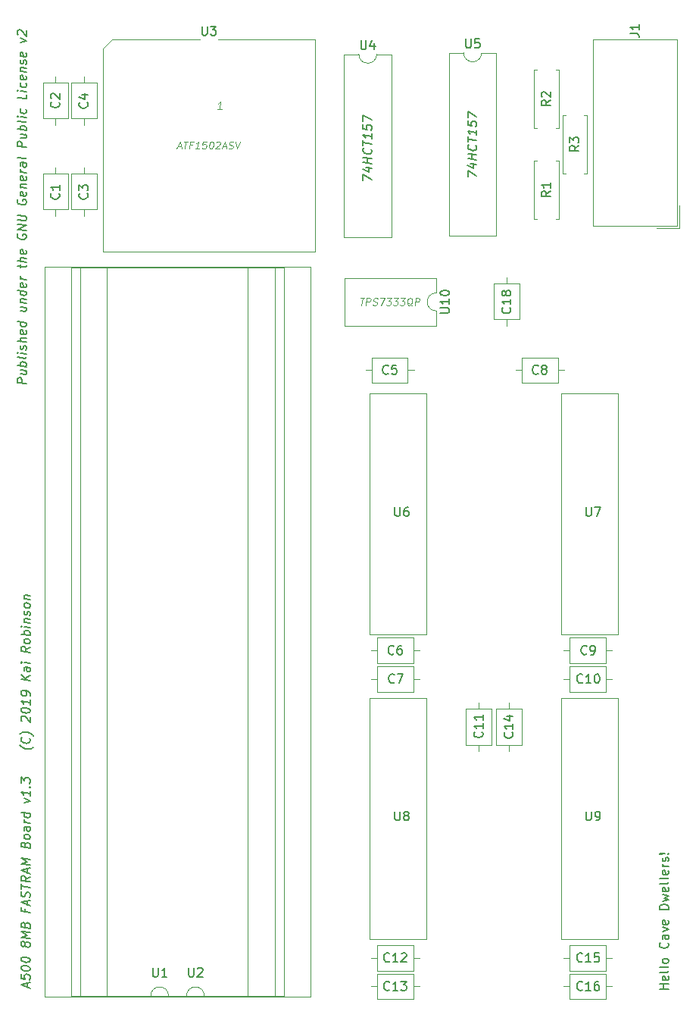
<source format=gto>
G04 #@! TF.GenerationSoftware,KiCad,Pcbnew,(5.1.2-1)-1*
G04 #@! TF.CreationDate,2019-11-02T17:06:47+00:00*
G04 #@! TF.ProjectId,A500 FastRAM,41353030-2046-4617-9374-52414d2e6b69,rev?*
G04 #@! TF.SameCoordinates,Original*
G04 #@! TF.FileFunction,Legend,Top*
G04 #@! TF.FilePolarity,Positive*
%FSLAX46Y46*%
G04 Gerber Fmt 4.6, Leading zero omitted, Abs format (unit mm)*
G04 Created by KiCad (PCBNEW (5.1.2-1)-1) date 2019-11-02 17:06:47*
%MOMM*%
%LPD*%
G04 APERTURE LIST*
%ADD10C,0.125000*%
%ADD11C,0.150000*%
%ADD12C,0.120000*%
G04 APERTURE END LIST*
D10*
X93596605Y-33449333D02*
X93977558Y-33449333D01*
X93491843Y-33677904D02*
X93858510Y-32877904D01*
X94025177Y-33677904D01*
X94277558Y-32877904D02*
X94734700Y-32877904D01*
X94406129Y-33677904D02*
X94506129Y-32877904D01*
X95220415Y-33258857D02*
X94953748Y-33258857D01*
X94901367Y-33677904D02*
X95001367Y-32877904D01*
X95382319Y-32877904D01*
X96006129Y-33677904D02*
X95548986Y-33677904D01*
X95777558Y-33677904D02*
X95877558Y-32877904D01*
X95787081Y-32992190D01*
X95701367Y-33068380D01*
X95620415Y-33106476D01*
X96829938Y-32877904D02*
X96448986Y-32877904D01*
X96363272Y-33258857D01*
X96406129Y-33220761D01*
X96487081Y-33182666D01*
X96677558Y-33182666D01*
X96748986Y-33220761D01*
X96782319Y-33258857D01*
X96810891Y-33335047D01*
X96787081Y-33525523D01*
X96739462Y-33601714D01*
X96696605Y-33639809D01*
X96615653Y-33677904D01*
X96425177Y-33677904D01*
X96353748Y-33639809D01*
X96320415Y-33601714D01*
X97363272Y-32877904D02*
X97439462Y-32877904D01*
X97510891Y-32916000D01*
X97544224Y-32954095D01*
X97572796Y-33030285D01*
X97591843Y-33182666D01*
X97568034Y-33373142D01*
X97510891Y-33525523D01*
X97463272Y-33601714D01*
X97420415Y-33639809D01*
X97339462Y-33677904D01*
X97263272Y-33677904D01*
X97191843Y-33639809D01*
X97158510Y-33601714D01*
X97129938Y-33525523D01*
X97110891Y-33373142D01*
X97134700Y-33182666D01*
X97191843Y-33030285D01*
X97239462Y-32954095D01*
X97282319Y-32916000D01*
X97363272Y-32877904D01*
X97925177Y-32954095D02*
X97968034Y-32916000D01*
X98048986Y-32877904D01*
X98239462Y-32877904D01*
X98310891Y-32916000D01*
X98344224Y-32954095D01*
X98372796Y-33030285D01*
X98363272Y-33106476D01*
X98310891Y-33220761D01*
X97796605Y-33677904D01*
X98291843Y-33677904D01*
X98625177Y-33449333D02*
X99006129Y-33449333D01*
X98520415Y-33677904D02*
X98887081Y-32877904D01*
X99053748Y-33677904D01*
X99287081Y-33639809D02*
X99396605Y-33677904D01*
X99587081Y-33677904D01*
X99668034Y-33639809D01*
X99710891Y-33601714D01*
X99758510Y-33525523D01*
X99768034Y-33449333D01*
X99739462Y-33373142D01*
X99706129Y-33335047D01*
X99634700Y-33296952D01*
X99487081Y-33258857D01*
X99415653Y-33220761D01*
X99382319Y-33182666D01*
X99353748Y-33106476D01*
X99363272Y-33030285D01*
X99410891Y-32954095D01*
X99453748Y-32916000D01*
X99534700Y-32877904D01*
X99725177Y-32877904D01*
X99834700Y-32916000D01*
X100068034Y-32877904D02*
X100234700Y-33677904D01*
X100601367Y-32877904D01*
X98495177Y-29232904D02*
X98038034Y-29232904D01*
X98266605Y-29232904D02*
X98366605Y-28432904D01*
X98276129Y-28547190D01*
X98190415Y-28623380D01*
X98109462Y-28661476D01*
D11*
X114289880Y-37226842D02*
X114289880Y-36560175D01*
X115289880Y-37113747D01*
X114623214Y-35792318D02*
X115289880Y-35875651D01*
X114242261Y-35982794D02*
X114956547Y-36310175D01*
X114956547Y-35691127D01*
X115289880Y-35351842D02*
X114289880Y-35226842D01*
X114766071Y-35286366D02*
X114766071Y-34714937D01*
X115289880Y-34780413D02*
X114289880Y-34655413D01*
X115194642Y-33720889D02*
X115242261Y-33774461D01*
X115289880Y-33923270D01*
X115289880Y-34018508D01*
X115242261Y-34155413D01*
X115147023Y-34238747D01*
X115051785Y-34274461D01*
X114861309Y-34298270D01*
X114718452Y-34280413D01*
X114527976Y-34208985D01*
X114432738Y-34149461D01*
X114337500Y-34042318D01*
X114289880Y-33893508D01*
X114289880Y-33798270D01*
X114337500Y-33661366D01*
X114385119Y-33619699D01*
X114289880Y-33322080D02*
X114289880Y-32750651D01*
X115289880Y-33161366D02*
X114289880Y-33036366D01*
X115289880Y-32018508D02*
X115289880Y-32589937D01*
X115289880Y-32304223D02*
X114289880Y-32179223D01*
X114432738Y-32292318D01*
X114527976Y-32399461D01*
X114575595Y-32500651D01*
X114289880Y-30988747D02*
X114289880Y-31464937D01*
X114766071Y-31572080D01*
X114718452Y-31518508D01*
X114670833Y-31417318D01*
X114670833Y-31179223D01*
X114718452Y-31089937D01*
X114766071Y-31048270D01*
X114861309Y-31012556D01*
X115099404Y-31042318D01*
X115194642Y-31101842D01*
X115242261Y-31155413D01*
X115289880Y-31256604D01*
X115289880Y-31494699D01*
X115242261Y-31583985D01*
X115194642Y-31625651D01*
X114289880Y-30607794D02*
X114289880Y-29941127D01*
X115289880Y-30494699D01*
X126009880Y-36815842D02*
X126009880Y-36149175D01*
X127009880Y-36702747D01*
X126343214Y-35381318D02*
X127009880Y-35464651D01*
X125962261Y-35571794D02*
X126676547Y-35899175D01*
X126676547Y-35280127D01*
X127009880Y-34940842D02*
X126009880Y-34815842D01*
X126486071Y-34875366D02*
X126486071Y-34303937D01*
X127009880Y-34369413D02*
X126009880Y-34244413D01*
X126914642Y-33309889D02*
X126962261Y-33363461D01*
X127009880Y-33512270D01*
X127009880Y-33607508D01*
X126962261Y-33744413D01*
X126867023Y-33827747D01*
X126771785Y-33863461D01*
X126581309Y-33887270D01*
X126438452Y-33869413D01*
X126247976Y-33797985D01*
X126152738Y-33738461D01*
X126057500Y-33631318D01*
X126009880Y-33482508D01*
X126009880Y-33387270D01*
X126057500Y-33250366D01*
X126105119Y-33208699D01*
X126009880Y-32911080D02*
X126009880Y-32339651D01*
X127009880Y-32750366D02*
X126009880Y-32625366D01*
X127009880Y-31607508D02*
X127009880Y-32178937D01*
X127009880Y-31893223D02*
X126009880Y-31768223D01*
X126152738Y-31881318D01*
X126247976Y-31988461D01*
X126295595Y-32089651D01*
X126009880Y-30577747D02*
X126009880Y-31053937D01*
X126486071Y-31161080D01*
X126438452Y-31107508D01*
X126390833Y-31006318D01*
X126390833Y-30768223D01*
X126438452Y-30678937D01*
X126486071Y-30637270D01*
X126581309Y-30601556D01*
X126819404Y-30631318D01*
X126914642Y-30690842D01*
X126962261Y-30744413D01*
X127009880Y-30845604D01*
X127009880Y-31083699D01*
X126962261Y-31172985D01*
X126914642Y-31214651D01*
X126009880Y-30196794D02*
X126009880Y-29530127D01*
X127009880Y-30083699D01*
D10*
X114015224Y-50361904D02*
X114472367Y-50361904D01*
X114143796Y-51161904D02*
X114243796Y-50361904D01*
X114639034Y-51161904D02*
X114739034Y-50361904D01*
X115043796Y-50361904D01*
X115115224Y-50400000D01*
X115148558Y-50438095D01*
X115177129Y-50514285D01*
X115162843Y-50628571D01*
X115115224Y-50704761D01*
X115072367Y-50742857D01*
X114991415Y-50780952D01*
X114686653Y-50780952D01*
X115405700Y-51123809D02*
X115515224Y-51161904D01*
X115705700Y-51161904D01*
X115786653Y-51123809D01*
X115829510Y-51085714D01*
X115877129Y-51009523D01*
X115886653Y-50933333D01*
X115858081Y-50857142D01*
X115824748Y-50819047D01*
X115753319Y-50780952D01*
X115605700Y-50742857D01*
X115534272Y-50704761D01*
X115500938Y-50666666D01*
X115472367Y-50590476D01*
X115481891Y-50514285D01*
X115529510Y-50438095D01*
X115572367Y-50400000D01*
X115653319Y-50361904D01*
X115843796Y-50361904D01*
X115953319Y-50400000D01*
X116224748Y-50361904D02*
X116758081Y-50361904D01*
X116315224Y-51161904D01*
X116986653Y-50361904D02*
X117481891Y-50361904D01*
X117177129Y-50666666D01*
X117291415Y-50666666D01*
X117362843Y-50704761D01*
X117396177Y-50742857D01*
X117424748Y-50819047D01*
X117400938Y-51009523D01*
X117353319Y-51085714D01*
X117310462Y-51123809D01*
X117229510Y-51161904D01*
X117000938Y-51161904D01*
X116929510Y-51123809D01*
X116896177Y-51085714D01*
X117748558Y-50361904D02*
X118243796Y-50361904D01*
X117939034Y-50666666D01*
X118053319Y-50666666D01*
X118124748Y-50704761D01*
X118158081Y-50742857D01*
X118186653Y-50819047D01*
X118162843Y-51009523D01*
X118115224Y-51085714D01*
X118072367Y-51123809D01*
X117991415Y-51161904D01*
X117762843Y-51161904D01*
X117691415Y-51123809D01*
X117658081Y-51085714D01*
X118510462Y-50361904D02*
X119005700Y-50361904D01*
X118700938Y-50666666D01*
X118815224Y-50666666D01*
X118886653Y-50704761D01*
X118919986Y-50742857D01*
X118948558Y-50819047D01*
X118924748Y-51009523D01*
X118877129Y-51085714D01*
X118834272Y-51123809D01*
X118753319Y-51161904D01*
X118524748Y-51161904D01*
X118453319Y-51123809D01*
X118419986Y-51085714D01*
X119772367Y-51238095D02*
X119700938Y-51200000D01*
X119634272Y-51123809D01*
X119534272Y-51009523D01*
X119462843Y-50971428D01*
X119386653Y-50971428D01*
X119400938Y-51161904D02*
X119329510Y-51123809D01*
X119262843Y-51047619D01*
X119243796Y-50895238D01*
X119277129Y-50628571D01*
X119334272Y-50476190D01*
X119419986Y-50400000D01*
X119500938Y-50361904D01*
X119653319Y-50361904D01*
X119724748Y-50400000D01*
X119791415Y-50476190D01*
X119810462Y-50628571D01*
X119777129Y-50895238D01*
X119719986Y-51047619D01*
X119634272Y-51123809D01*
X119553319Y-51161904D01*
X119400938Y-51161904D01*
X120086653Y-51161904D02*
X120186653Y-50361904D01*
X120491415Y-50361904D01*
X120562843Y-50400000D01*
X120596177Y-50438095D01*
X120624748Y-50514285D01*
X120610462Y-50628571D01*
X120562843Y-50704761D01*
X120519986Y-50742857D01*
X120439034Y-50780952D01*
X120134272Y-50780952D01*
D11*
X148452380Y-127571428D02*
X147452380Y-127571428D01*
X147928571Y-127571428D02*
X147928571Y-127000000D01*
X148452380Y-127000000D02*
X147452380Y-127000000D01*
X148404761Y-126142857D02*
X148452380Y-126238095D01*
X148452380Y-126428571D01*
X148404761Y-126523809D01*
X148309523Y-126571428D01*
X147928571Y-126571428D01*
X147833333Y-126523809D01*
X147785714Y-126428571D01*
X147785714Y-126238095D01*
X147833333Y-126142857D01*
X147928571Y-126095238D01*
X148023809Y-126095238D01*
X148119047Y-126571428D01*
X148452380Y-125523809D02*
X148404761Y-125619047D01*
X148309523Y-125666666D01*
X147452380Y-125666666D01*
X148452380Y-125000000D02*
X148404761Y-125095238D01*
X148309523Y-125142857D01*
X147452380Y-125142857D01*
X148452380Y-124476190D02*
X148404761Y-124571428D01*
X148357142Y-124619047D01*
X148261904Y-124666666D01*
X147976190Y-124666666D01*
X147880952Y-124619047D01*
X147833333Y-124571428D01*
X147785714Y-124476190D01*
X147785714Y-124333333D01*
X147833333Y-124238095D01*
X147880952Y-124190476D01*
X147976190Y-124142857D01*
X148261904Y-124142857D01*
X148357142Y-124190476D01*
X148404761Y-124238095D01*
X148452380Y-124333333D01*
X148452380Y-124476190D01*
X148357142Y-122380952D02*
X148404761Y-122428571D01*
X148452380Y-122571428D01*
X148452380Y-122666666D01*
X148404761Y-122809523D01*
X148309523Y-122904761D01*
X148214285Y-122952380D01*
X148023809Y-123000000D01*
X147880952Y-123000000D01*
X147690476Y-122952380D01*
X147595238Y-122904761D01*
X147500000Y-122809523D01*
X147452380Y-122666666D01*
X147452380Y-122571428D01*
X147500000Y-122428571D01*
X147547619Y-122380952D01*
X148452380Y-121523809D02*
X147928571Y-121523809D01*
X147833333Y-121571428D01*
X147785714Y-121666666D01*
X147785714Y-121857142D01*
X147833333Y-121952380D01*
X148404761Y-121523809D02*
X148452380Y-121619047D01*
X148452380Y-121857142D01*
X148404761Y-121952380D01*
X148309523Y-122000000D01*
X148214285Y-122000000D01*
X148119047Y-121952380D01*
X148071428Y-121857142D01*
X148071428Y-121619047D01*
X148023809Y-121523809D01*
X147785714Y-121142857D02*
X148452380Y-120904761D01*
X147785714Y-120666666D01*
X148404761Y-119904761D02*
X148452380Y-120000000D01*
X148452380Y-120190476D01*
X148404761Y-120285714D01*
X148309523Y-120333333D01*
X147928571Y-120333333D01*
X147833333Y-120285714D01*
X147785714Y-120190476D01*
X147785714Y-120000000D01*
X147833333Y-119904761D01*
X147928571Y-119857142D01*
X148023809Y-119857142D01*
X148119047Y-120333333D01*
X148452380Y-118666666D02*
X147452380Y-118666666D01*
X147452380Y-118428571D01*
X147500000Y-118285714D01*
X147595238Y-118190476D01*
X147690476Y-118142857D01*
X147880952Y-118095238D01*
X148023809Y-118095238D01*
X148214285Y-118142857D01*
X148309523Y-118190476D01*
X148404761Y-118285714D01*
X148452380Y-118428571D01*
X148452380Y-118666666D01*
X147785714Y-117761904D02*
X148452380Y-117571428D01*
X147976190Y-117380952D01*
X148452380Y-117190476D01*
X147785714Y-117000000D01*
X148404761Y-116238095D02*
X148452380Y-116333333D01*
X148452380Y-116523809D01*
X148404761Y-116619047D01*
X148309523Y-116666666D01*
X147928571Y-116666666D01*
X147833333Y-116619047D01*
X147785714Y-116523809D01*
X147785714Y-116333333D01*
X147833333Y-116238095D01*
X147928571Y-116190476D01*
X148023809Y-116190476D01*
X148119047Y-116666666D01*
X148452380Y-115619047D02*
X148404761Y-115714285D01*
X148309523Y-115761904D01*
X147452380Y-115761904D01*
X148452380Y-115095238D02*
X148404761Y-115190476D01*
X148309523Y-115238095D01*
X147452380Y-115238095D01*
X148404761Y-114333333D02*
X148452380Y-114428571D01*
X148452380Y-114619047D01*
X148404761Y-114714285D01*
X148309523Y-114761904D01*
X147928571Y-114761904D01*
X147833333Y-114714285D01*
X147785714Y-114619047D01*
X147785714Y-114428571D01*
X147833333Y-114333333D01*
X147928571Y-114285714D01*
X148023809Y-114285714D01*
X148119047Y-114761904D01*
X148452380Y-113857142D02*
X147785714Y-113857142D01*
X147976190Y-113857142D02*
X147880952Y-113809523D01*
X147833333Y-113761904D01*
X147785714Y-113666666D01*
X147785714Y-113571428D01*
X148404761Y-113285714D02*
X148452380Y-113190476D01*
X148452380Y-113000000D01*
X148404761Y-112904761D01*
X148309523Y-112857142D01*
X148261904Y-112857142D01*
X148166666Y-112904761D01*
X148119047Y-113000000D01*
X148119047Y-113142857D01*
X148071428Y-113238095D01*
X147976190Y-113285714D01*
X147928571Y-113285714D01*
X147833333Y-113238095D01*
X147785714Y-113142857D01*
X147785714Y-113000000D01*
X147833333Y-112904761D01*
X148357142Y-112428571D02*
X148404761Y-112380952D01*
X148452380Y-112428571D01*
X148404761Y-112476190D01*
X148357142Y-112428571D01*
X148452380Y-112428571D01*
X148071428Y-112428571D02*
X147500000Y-112476190D01*
X147452380Y-112428571D01*
X147500000Y-112380952D01*
X148071428Y-112428571D01*
X147452380Y-112428571D01*
X76652380Y-59922461D02*
X75652380Y-59797461D01*
X75652380Y-59416508D01*
X75700000Y-59327223D01*
X75747619Y-59285556D01*
X75842857Y-59249842D01*
X75985714Y-59267699D01*
X76080952Y-59327223D01*
X76128571Y-59380794D01*
X76176190Y-59481985D01*
X76176190Y-59862937D01*
X75985714Y-58410556D02*
X76652380Y-58493889D01*
X75985714Y-58839127D02*
X76509523Y-58904604D01*
X76604761Y-58868889D01*
X76652380Y-58779604D01*
X76652380Y-58636747D01*
X76604761Y-58535556D01*
X76557142Y-58481985D01*
X76652380Y-58017699D02*
X75652380Y-57892699D01*
X76033333Y-57940318D02*
X75985714Y-57839127D01*
X75985714Y-57648651D01*
X76033333Y-57559366D01*
X76080952Y-57517699D01*
X76176190Y-57481985D01*
X76461904Y-57517699D01*
X76557142Y-57577223D01*
X76604761Y-57630794D01*
X76652380Y-57731985D01*
X76652380Y-57922461D01*
X76604761Y-58011747D01*
X76652380Y-56970080D02*
X76604761Y-57059366D01*
X76509523Y-57095080D01*
X75652380Y-56987937D01*
X76652380Y-56589127D02*
X75985714Y-56505794D01*
X75652380Y-56464127D02*
X75700000Y-56517699D01*
X75747619Y-56476032D01*
X75700000Y-56422461D01*
X75652380Y-56464127D01*
X75747619Y-56476032D01*
X76604761Y-56154604D02*
X76652380Y-56065318D01*
X76652380Y-55874842D01*
X76604761Y-55773651D01*
X76509523Y-55714127D01*
X76461904Y-55708175D01*
X76366666Y-55743889D01*
X76319047Y-55833175D01*
X76319047Y-55976032D01*
X76271428Y-56065318D01*
X76176190Y-56101032D01*
X76128571Y-56095080D01*
X76033333Y-56035556D01*
X75985714Y-55934366D01*
X75985714Y-55791508D01*
X76033333Y-55702223D01*
X76652380Y-55303413D02*
X75652380Y-55178413D01*
X76652380Y-54874842D02*
X76128571Y-54809366D01*
X76033333Y-54845080D01*
X75985714Y-54934366D01*
X75985714Y-55077223D01*
X76033333Y-55178413D01*
X76080952Y-55231985D01*
X76604761Y-54011747D02*
X76652380Y-54112937D01*
X76652380Y-54303413D01*
X76604761Y-54392699D01*
X76509523Y-54428413D01*
X76128571Y-54380794D01*
X76033333Y-54321270D01*
X75985714Y-54220080D01*
X75985714Y-54029604D01*
X76033333Y-53940318D01*
X76128571Y-53904604D01*
X76223809Y-53916508D01*
X76319047Y-54404604D01*
X76652380Y-53112937D02*
X75652380Y-52987937D01*
X76604761Y-53106985D02*
X76652380Y-53208175D01*
X76652380Y-53398651D01*
X76604761Y-53487937D01*
X76557142Y-53529604D01*
X76461904Y-53565318D01*
X76176190Y-53529604D01*
X76080952Y-53470080D01*
X76033333Y-53416508D01*
X75985714Y-53315318D01*
X75985714Y-53124842D01*
X76033333Y-53035556D01*
X75985714Y-51362937D02*
X76652380Y-51446270D01*
X75985714Y-51791508D02*
X76509523Y-51856985D01*
X76604761Y-51821270D01*
X76652380Y-51731985D01*
X76652380Y-51589127D01*
X76604761Y-51487937D01*
X76557142Y-51434366D01*
X75985714Y-50886747D02*
X76652380Y-50970080D01*
X76080952Y-50898651D02*
X76033333Y-50845080D01*
X75985714Y-50743889D01*
X75985714Y-50601032D01*
X76033333Y-50511747D01*
X76128571Y-50476032D01*
X76652380Y-50541508D01*
X76652380Y-49636747D02*
X75652380Y-49511747D01*
X76604761Y-49630794D02*
X76652380Y-49731985D01*
X76652380Y-49922461D01*
X76604761Y-50011747D01*
X76557142Y-50053413D01*
X76461904Y-50089127D01*
X76176190Y-50053413D01*
X76080952Y-49993889D01*
X76033333Y-49940318D01*
X75985714Y-49839127D01*
X75985714Y-49648651D01*
X76033333Y-49559366D01*
X76604761Y-48773651D02*
X76652380Y-48874842D01*
X76652380Y-49065318D01*
X76604761Y-49154604D01*
X76509523Y-49190318D01*
X76128571Y-49142699D01*
X76033333Y-49083175D01*
X75985714Y-48981985D01*
X75985714Y-48791508D01*
X76033333Y-48702223D01*
X76128571Y-48666508D01*
X76223809Y-48678413D01*
X76319047Y-49166508D01*
X76652380Y-48303413D02*
X75985714Y-48220080D01*
X76176190Y-48243889D02*
X76080952Y-48184366D01*
X76033333Y-48130794D01*
X75985714Y-48029604D01*
X75985714Y-47934366D01*
X75985714Y-46981985D02*
X75985714Y-46601032D01*
X75652380Y-46797461D02*
X76509523Y-46904604D01*
X76604761Y-46868889D01*
X76652380Y-46779604D01*
X76652380Y-46684366D01*
X76652380Y-46351032D02*
X75652380Y-46226032D01*
X76652380Y-45922461D02*
X76128571Y-45856985D01*
X76033333Y-45892699D01*
X75985714Y-45981985D01*
X75985714Y-46124842D01*
X76033333Y-46226032D01*
X76080952Y-46279604D01*
X76604761Y-45059366D02*
X76652380Y-45160556D01*
X76652380Y-45351032D01*
X76604761Y-45440318D01*
X76509523Y-45476032D01*
X76128571Y-45428413D01*
X76033333Y-45368889D01*
X75985714Y-45267699D01*
X75985714Y-45077223D01*
X76033333Y-44987937D01*
X76128571Y-44952223D01*
X76223809Y-44964127D01*
X76319047Y-45452223D01*
X75700000Y-43184366D02*
X75652380Y-43273651D01*
X75652380Y-43416508D01*
X75700000Y-43565318D01*
X75795238Y-43672461D01*
X75890476Y-43731985D01*
X76080952Y-43803413D01*
X76223809Y-43821270D01*
X76414285Y-43797461D01*
X76509523Y-43761747D01*
X76604761Y-43678413D01*
X76652380Y-43541508D01*
X76652380Y-43446270D01*
X76604761Y-43297461D01*
X76557142Y-43243889D01*
X76223809Y-43202223D01*
X76223809Y-43392699D01*
X76652380Y-42827223D02*
X75652380Y-42702223D01*
X76652380Y-42255794D01*
X75652380Y-42130794D01*
X75652380Y-41654604D02*
X76461904Y-41755794D01*
X76557142Y-41720080D01*
X76604761Y-41678413D01*
X76652380Y-41589127D01*
X76652380Y-41398651D01*
X76604761Y-41297461D01*
X76557142Y-41243889D01*
X76461904Y-41184366D01*
X75652380Y-41083175D01*
X75700000Y-39327223D02*
X75652380Y-39416508D01*
X75652380Y-39559366D01*
X75700000Y-39708175D01*
X75795238Y-39815318D01*
X75890476Y-39874842D01*
X76080952Y-39946270D01*
X76223809Y-39964127D01*
X76414285Y-39940318D01*
X76509523Y-39904604D01*
X76604761Y-39821270D01*
X76652380Y-39684366D01*
X76652380Y-39589127D01*
X76604761Y-39440318D01*
X76557142Y-39386747D01*
X76223809Y-39345080D01*
X76223809Y-39535556D01*
X76604761Y-38583175D02*
X76652380Y-38684366D01*
X76652380Y-38874842D01*
X76604761Y-38964127D01*
X76509523Y-38999842D01*
X76128571Y-38952223D01*
X76033333Y-38892699D01*
X75985714Y-38791508D01*
X75985714Y-38601032D01*
X76033333Y-38511747D01*
X76128571Y-38476032D01*
X76223809Y-38487937D01*
X76319047Y-38976032D01*
X75985714Y-38029604D02*
X76652380Y-38112937D01*
X76080952Y-38041508D02*
X76033333Y-37987937D01*
X75985714Y-37886747D01*
X75985714Y-37743889D01*
X76033333Y-37654604D01*
X76128571Y-37618889D01*
X76652380Y-37684366D01*
X76604761Y-36821270D02*
X76652380Y-36922461D01*
X76652380Y-37112937D01*
X76604761Y-37202223D01*
X76509523Y-37237937D01*
X76128571Y-37190318D01*
X76033333Y-37130794D01*
X75985714Y-37029604D01*
X75985714Y-36839127D01*
X76033333Y-36749842D01*
X76128571Y-36714127D01*
X76223809Y-36726032D01*
X76319047Y-37214127D01*
X76652380Y-36351032D02*
X75985714Y-36267699D01*
X76176190Y-36291508D02*
X76080952Y-36231985D01*
X76033333Y-36178413D01*
X75985714Y-36077223D01*
X75985714Y-35981985D01*
X76652380Y-35303413D02*
X76128571Y-35237937D01*
X76033333Y-35273651D01*
X75985714Y-35362937D01*
X75985714Y-35553413D01*
X76033333Y-35654604D01*
X76604761Y-35297461D02*
X76652380Y-35398651D01*
X76652380Y-35636747D01*
X76604761Y-35726032D01*
X76509523Y-35761747D01*
X76414285Y-35749842D01*
X76319047Y-35690318D01*
X76271428Y-35589127D01*
X76271428Y-35351032D01*
X76223809Y-35249842D01*
X76652380Y-34684366D02*
X76604761Y-34773651D01*
X76509523Y-34809366D01*
X75652380Y-34702223D01*
X76652380Y-33541508D02*
X75652380Y-33416508D01*
X75652380Y-33035556D01*
X75700000Y-32946270D01*
X75747619Y-32904604D01*
X75842857Y-32868889D01*
X75985714Y-32886747D01*
X76080952Y-32946270D01*
X76128571Y-32999842D01*
X76176190Y-33101032D01*
X76176190Y-33481985D01*
X75985714Y-32029604D02*
X76652380Y-32112937D01*
X75985714Y-32458175D02*
X76509523Y-32523651D01*
X76604761Y-32487937D01*
X76652380Y-32398651D01*
X76652380Y-32255794D01*
X76604761Y-32154604D01*
X76557142Y-32101032D01*
X76652380Y-31636747D02*
X75652380Y-31511747D01*
X76033333Y-31559366D02*
X75985714Y-31458175D01*
X75985714Y-31267699D01*
X76033333Y-31178413D01*
X76080952Y-31136747D01*
X76176190Y-31101032D01*
X76461904Y-31136747D01*
X76557142Y-31196270D01*
X76604761Y-31249842D01*
X76652380Y-31351032D01*
X76652380Y-31541508D01*
X76604761Y-31630794D01*
X76652380Y-30589127D02*
X76604761Y-30678413D01*
X76509523Y-30714127D01*
X75652380Y-30606985D01*
X76652380Y-30208175D02*
X75985714Y-30124842D01*
X75652380Y-30083175D02*
X75700000Y-30136747D01*
X75747619Y-30095080D01*
X75700000Y-30041508D01*
X75652380Y-30083175D01*
X75747619Y-30095080D01*
X76604761Y-29297461D02*
X76652380Y-29398651D01*
X76652380Y-29589127D01*
X76604761Y-29678413D01*
X76557142Y-29720080D01*
X76461904Y-29755794D01*
X76176190Y-29720080D01*
X76080952Y-29660556D01*
X76033333Y-29606985D01*
X75985714Y-29505794D01*
X75985714Y-29315318D01*
X76033333Y-29226032D01*
X76652380Y-27636747D02*
X76652380Y-28112937D01*
X75652380Y-27987937D01*
X76652380Y-27303413D02*
X75985714Y-27220080D01*
X75652380Y-27178413D02*
X75700000Y-27231985D01*
X75747619Y-27190318D01*
X75700000Y-27136747D01*
X75652380Y-27178413D01*
X75747619Y-27190318D01*
X76604761Y-26392699D02*
X76652380Y-26493889D01*
X76652380Y-26684366D01*
X76604761Y-26773651D01*
X76557142Y-26815318D01*
X76461904Y-26851032D01*
X76176190Y-26815318D01*
X76080952Y-26755794D01*
X76033333Y-26702223D01*
X75985714Y-26601032D01*
X75985714Y-26410556D01*
X76033333Y-26321270D01*
X76604761Y-25583175D02*
X76652380Y-25684366D01*
X76652380Y-25874842D01*
X76604761Y-25964127D01*
X76509523Y-25999842D01*
X76128571Y-25952223D01*
X76033333Y-25892699D01*
X75985714Y-25791508D01*
X75985714Y-25601032D01*
X76033333Y-25511747D01*
X76128571Y-25476032D01*
X76223809Y-25487937D01*
X76319047Y-25976032D01*
X75985714Y-25029604D02*
X76652380Y-25112937D01*
X76080952Y-25041508D02*
X76033333Y-24987937D01*
X75985714Y-24886747D01*
X75985714Y-24743889D01*
X76033333Y-24654604D01*
X76128571Y-24618889D01*
X76652380Y-24684366D01*
X76604761Y-24249842D02*
X76652380Y-24160556D01*
X76652380Y-23970080D01*
X76604761Y-23868889D01*
X76509523Y-23809366D01*
X76461904Y-23803413D01*
X76366666Y-23839127D01*
X76319047Y-23928413D01*
X76319047Y-24071270D01*
X76271428Y-24160556D01*
X76176190Y-24196270D01*
X76128571Y-24190318D01*
X76033333Y-24130794D01*
X75985714Y-24029604D01*
X75985714Y-23886747D01*
X76033333Y-23797461D01*
X76604761Y-23011747D02*
X76652380Y-23112937D01*
X76652380Y-23303413D01*
X76604761Y-23392699D01*
X76509523Y-23428413D01*
X76128571Y-23380794D01*
X76033333Y-23321270D01*
X75985714Y-23220080D01*
X75985714Y-23029604D01*
X76033333Y-22940318D01*
X76128571Y-22904604D01*
X76223809Y-22916508D01*
X76319047Y-23404604D01*
X75985714Y-21791508D02*
X76652380Y-21636747D01*
X75985714Y-21315318D01*
X75747619Y-20952223D02*
X75700000Y-20898651D01*
X75652380Y-20797461D01*
X75652380Y-20559366D01*
X75700000Y-20470080D01*
X75747619Y-20428413D01*
X75842857Y-20392699D01*
X75938095Y-20404604D01*
X76080952Y-20470080D01*
X76652380Y-21112937D01*
X76652380Y-20493889D01*
X77462333Y-100534318D02*
X77414714Y-100575985D01*
X77271857Y-100653366D01*
X77176619Y-100689080D01*
X77033761Y-100718842D01*
X76795666Y-100736699D01*
X76605190Y-100712889D01*
X76367095Y-100635508D01*
X76224238Y-100570032D01*
X76129000Y-100510508D01*
X75986142Y-100397413D01*
X75938523Y-100343842D01*
X76986142Y-99522413D02*
X77033761Y-99575985D01*
X77081380Y-99724794D01*
X77081380Y-99820032D01*
X77033761Y-99956937D01*
X76938523Y-100040270D01*
X76843285Y-100075985D01*
X76652809Y-100099794D01*
X76509952Y-100081937D01*
X76319476Y-100010508D01*
X76224238Y-99950985D01*
X76129000Y-99843842D01*
X76081380Y-99695032D01*
X76081380Y-99599794D01*
X76129000Y-99462889D01*
X76176619Y-99421223D01*
X77462333Y-99248604D02*
X77414714Y-99195032D01*
X77271857Y-99081937D01*
X77176619Y-99022413D01*
X77033761Y-98956937D01*
X76795666Y-98879556D01*
X76605190Y-98855747D01*
X76367095Y-98873604D01*
X76224238Y-98903366D01*
X76129000Y-98939080D01*
X75986142Y-99016461D01*
X75938523Y-99058127D01*
X76176619Y-97611699D02*
X76129000Y-97558127D01*
X76081380Y-97456937D01*
X76081380Y-97218842D01*
X76129000Y-97129556D01*
X76176619Y-97087889D01*
X76271857Y-97052175D01*
X76367095Y-97064080D01*
X76509952Y-97129556D01*
X77081380Y-97772413D01*
X77081380Y-97153366D01*
X76081380Y-96409318D02*
X76081380Y-96314080D01*
X76129000Y-96224794D01*
X76176619Y-96183127D01*
X76271857Y-96147413D01*
X76462333Y-96123604D01*
X76700428Y-96153366D01*
X76890904Y-96224794D01*
X76986142Y-96284318D01*
X77033761Y-96337889D01*
X77081380Y-96439080D01*
X77081380Y-96534318D01*
X77033761Y-96623604D01*
X76986142Y-96665270D01*
X76890904Y-96700985D01*
X76700428Y-96724794D01*
X76462333Y-96695032D01*
X76271857Y-96623604D01*
X76176619Y-96564080D01*
X76129000Y-96510508D01*
X76081380Y-96409318D01*
X77081380Y-95248604D02*
X77081380Y-95820032D01*
X77081380Y-95534318D02*
X76081380Y-95409318D01*
X76224238Y-95522413D01*
X76319476Y-95629556D01*
X76367095Y-95730747D01*
X77081380Y-94772413D02*
X77081380Y-94581937D01*
X77033761Y-94480747D01*
X76986142Y-94427175D01*
X76843285Y-94314080D01*
X76652809Y-94242651D01*
X76271857Y-94195032D01*
X76176619Y-94230747D01*
X76129000Y-94272413D01*
X76081380Y-94361699D01*
X76081380Y-94552175D01*
X76129000Y-94653366D01*
X76176619Y-94706937D01*
X76271857Y-94766461D01*
X76509952Y-94796223D01*
X76605190Y-94760508D01*
X76652809Y-94718842D01*
X76700428Y-94629556D01*
X76700428Y-94439080D01*
X76652809Y-94337889D01*
X76605190Y-94284318D01*
X76509952Y-94224794D01*
X77081380Y-93105747D02*
X76081380Y-92980747D01*
X77081380Y-92534318D02*
X76509952Y-92891461D01*
X76081380Y-92409318D02*
X76652809Y-93052175D01*
X77081380Y-91677175D02*
X76557571Y-91611699D01*
X76462333Y-91647413D01*
X76414714Y-91736699D01*
X76414714Y-91927175D01*
X76462333Y-92028366D01*
X77033761Y-91671223D02*
X77081380Y-91772413D01*
X77081380Y-92010508D01*
X77033761Y-92099794D01*
X76938523Y-92135508D01*
X76843285Y-92123604D01*
X76748047Y-92064080D01*
X76700428Y-91962889D01*
X76700428Y-91724794D01*
X76652809Y-91623604D01*
X77081380Y-91200985D02*
X76414714Y-91117651D01*
X76081380Y-91075985D02*
X76129000Y-91129556D01*
X76176619Y-91087889D01*
X76129000Y-91034318D01*
X76081380Y-91075985D01*
X76176619Y-91087889D01*
X77081380Y-89391461D02*
X76605190Y-89665270D01*
X77081380Y-89962889D02*
X76081380Y-89837889D01*
X76081380Y-89456937D01*
X76129000Y-89367651D01*
X76176619Y-89325985D01*
X76271857Y-89290270D01*
X76414714Y-89308127D01*
X76509952Y-89367651D01*
X76557571Y-89421223D01*
X76605190Y-89522413D01*
X76605190Y-89903366D01*
X77081380Y-88820032D02*
X77033761Y-88909318D01*
X76986142Y-88950985D01*
X76890904Y-88986699D01*
X76605190Y-88950985D01*
X76509952Y-88891461D01*
X76462333Y-88837889D01*
X76414714Y-88736699D01*
X76414714Y-88593842D01*
X76462333Y-88504556D01*
X76509952Y-88462889D01*
X76605190Y-88427175D01*
X76890904Y-88462889D01*
X76986142Y-88522413D01*
X77033761Y-88575985D01*
X77081380Y-88677175D01*
X77081380Y-88820032D01*
X77081380Y-88058127D02*
X76081380Y-87933127D01*
X76462333Y-87980747D02*
X76414714Y-87879556D01*
X76414714Y-87689080D01*
X76462333Y-87599794D01*
X76509952Y-87558127D01*
X76605190Y-87522413D01*
X76890904Y-87558127D01*
X76986142Y-87617651D01*
X77033761Y-87671223D01*
X77081380Y-87772413D01*
X77081380Y-87962889D01*
X77033761Y-88052175D01*
X77081380Y-87153366D02*
X76414714Y-87070032D01*
X76081380Y-87028366D02*
X76129000Y-87081937D01*
X76176619Y-87040270D01*
X76129000Y-86986699D01*
X76081380Y-87028366D01*
X76176619Y-87040270D01*
X76414714Y-86593842D02*
X77081380Y-86677175D01*
X76509952Y-86605747D02*
X76462333Y-86552175D01*
X76414714Y-86450985D01*
X76414714Y-86308127D01*
X76462333Y-86218842D01*
X76557571Y-86183127D01*
X77081380Y-86248604D01*
X77033761Y-85814080D02*
X77081380Y-85724794D01*
X77081380Y-85534318D01*
X77033761Y-85433127D01*
X76938523Y-85373604D01*
X76890904Y-85367651D01*
X76795666Y-85403366D01*
X76748047Y-85492651D01*
X76748047Y-85635508D01*
X76700428Y-85724794D01*
X76605190Y-85760508D01*
X76557571Y-85754556D01*
X76462333Y-85695032D01*
X76414714Y-85593842D01*
X76414714Y-85450985D01*
X76462333Y-85361699D01*
X77081380Y-84820032D02*
X77033761Y-84909318D01*
X76986142Y-84950985D01*
X76890904Y-84986699D01*
X76605190Y-84950985D01*
X76509952Y-84891461D01*
X76462333Y-84837889D01*
X76414714Y-84736699D01*
X76414714Y-84593842D01*
X76462333Y-84504556D01*
X76509952Y-84462889D01*
X76605190Y-84427175D01*
X76890904Y-84462889D01*
X76986142Y-84522413D01*
X77033761Y-84575985D01*
X77081380Y-84677175D01*
X77081380Y-84820032D01*
X76414714Y-83974794D02*
X77081380Y-84058127D01*
X76509952Y-83986699D02*
X76462333Y-83933127D01*
X76414714Y-83831937D01*
X76414714Y-83689080D01*
X76462333Y-83599794D01*
X76557571Y-83564080D01*
X77081380Y-83629556D01*
X76795666Y-127350747D02*
X76795666Y-126874556D01*
X77081380Y-127481699D02*
X76081380Y-127023366D01*
X77081380Y-126815032D01*
X76081380Y-125880508D02*
X76081380Y-126356699D01*
X76557571Y-126463842D01*
X76509952Y-126410270D01*
X76462333Y-126309080D01*
X76462333Y-126070985D01*
X76509952Y-125981699D01*
X76557571Y-125940032D01*
X76652809Y-125904318D01*
X76890904Y-125934080D01*
X76986142Y-125993604D01*
X77033761Y-126047175D01*
X77081380Y-126148366D01*
X77081380Y-126386461D01*
X77033761Y-126475747D01*
X76986142Y-126517413D01*
X76081380Y-125213842D02*
X76081380Y-125118604D01*
X76129000Y-125029318D01*
X76176619Y-124987651D01*
X76271857Y-124951937D01*
X76462333Y-124928127D01*
X76700428Y-124957889D01*
X76890904Y-125029318D01*
X76986142Y-125088842D01*
X77033761Y-125142413D01*
X77081380Y-125243604D01*
X77081380Y-125338842D01*
X77033761Y-125428127D01*
X76986142Y-125469794D01*
X76890904Y-125505508D01*
X76700428Y-125529318D01*
X76462333Y-125499556D01*
X76271857Y-125428127D01*
X76176619Y-125368604D01*
X76129000Y-125315032D01*
X76081380Y-125213842D01*
X76081380Y-124261461D02*
X76081380Y-124166223D01*
X76129000Y-124076937D01*
X76176619Y-124035270D01*
X76271857Y-123999556D01*
X76462333Y-123975747D01*
X76700428Y-124005508D01*
X76890904Y-124076937D01*
X76986142Y-124136461D01*
X77033761Y-124190032D01*
X77081380Y-124291223D01*
X77081380Y-124386461D01*
X77033761Y-124475747D01*
X76986142Y-124517413D01*
X76890904Y-124553127D01*
X76700428Y-124576937D01*
X76462333Y-124547175D01*
X76271857Y-124475747D01*
X76176619Y-124416223D01*
X76129000Y-124362651D01*
X76081380Y-124261461D01*
X76509952Y-122648366D02*
X76462333Y-122737651D01*
X76414714Y-122779318D01*
X76319476Y-122815032D01*
X76271857Y-122809080D01*
X76176619Y-122749556D01*
X76129000Y-122695985D01*
X76081380Y-122594794D01*
X76081380Y-122404318D01*
X76129000Y-122315032D01*
X76176619Y-122273366D01*
X76271857Y-122237651D01*
X76319476Y-122243604D01*
X76414714Y-122303127D01*
X76462333Y-122356699D01*
X76509952Y-122457889D01*
X76509952Y-122648366D01*
X76557571Y-122749556D01*
X76605190Y-122803127D01*
X76700428Y-122862651D01*
X76890904Y-122886461D01*
X76986142Y-122850747D01*
X77033761Y-122809080D01*
X77081380Y-122719794D01*
X77081380Y-122529318D01*
X77033761Y-122428127D01*
X76986142Y-122374556D01*
X76890904Y-122315032D01*
X76700428Y-122291223D01*
X76605190Y-122326937D01*
X76557571Y-122368604D01*
X76509952Y-122457889D01*
X77081380Y-121910270D02*
X76081380Y-121785270D01*
X76795666Y-121541223D01*
X76081380Y-121118604D01*
X77081380Y-121243604D01*
X76557571Y-120368604D02*
X76605190Y-120231699D01*
X76652809Y-120190032D01*
X76748047Y-120154318D01*
X76890904Y-120172175D01*
X76986142Y-120231699D01*
X77033761Y-120285270D01*
X77081380Y-120386461D01*
X77081380Y-120767413D01*
X76081380Y-120642413D01*
X76081380Y-120309080D01*
X76129000Y-120219794D01*
X76176619Y-120178127D01*
X76271857Y-120142413D01*
X76367095Y-120154318D01*
X76462333Y-120213842D01*
X76509952Y-120267413D01*
X76557571Y-120368604D01*
X76557571Y-120701937D01*
X76557571Y-118606699D02*
X76557571Y-118940032D01*
X77081380Y-119005508D02*
X76081380Y-118880508D01*
X76081380Y-118404318D01*
X76795666Y-118160270D02*
X76795666Y-117684080D01*
X77081380Y-118291223D02*
X76081380Y-117832889D01*
X77081380Y-117624556D01*
X77033761Y-117332889D02*
X77081380Y-117195985D01*
X77081380Y-116957889D01*
X77033761Y-116856699D01*
X76986142Y-116803127D01*
X76890904Y-116743604D01*
X76795666Y-116731699D01*
X76700428Y-116767413D01*
X76652809Y-116809080D01*
X76605190Y-116898366D01*
X76557571Y-117082889D01*
X76509952Y-117172175D01*
X76462333Y-117213842D01*
X76367095Y-117249556D01*
X76271857Y-117237651D01*
X76176619Y-117178127D01*
X76129000Y-117124556D01*
X76081380Y-117023366D01*
X76081380Y-116785270D01*
X76129000Y-116648366D01*
X76081380Y-116356699D02*
X76081380Y-115785270D01*
X77081380Y-116195985D02*
X76081380Y-116070985D01*
X77081380Y-115005508D02*
X76605190Y-115279318D01*
X77081380Y-115576937D02*
X76081380Y-115451937D01*
X76081380Y-115070985D01*
X76129000Y-114981699D01*
X76176619Y-114940032D01*
X76271857Y-114904318D01*
X76414714Y-114922175D01*
X76509952Y-114981699D01*
X76557571Y-115035270D01*
X76605190Y-115136461D01*
X76605190Y-115517413D01*
X76795666Y-114588842D02*
X76795666Y-114112651D01*
X77081380Y-114719794D02*
X76081380Y-114261461D01*
X77081380Y-114053127D01*
X77081380Y-113719794D02*
X76081380Y-113594794D01*
X76795666Y-113350747D01*
X76081380Y-112928127D01*
X77081380Y-113053127D01*
X76557571Y-111416223D02*
X76605190Y-111279318D01*
X76652809Y-111237651D01*
X76748047Y-111201937D01*
X76890904Y-111219794D01*
X76986142Y-111279318D01*
X77033761Y-111332889D01*
X77081380Y-111434080D01*
X77081380Y-111815032D01*
X76081380Y-111690032D01*
X76081380Y-111356699D01*
X76129000Y-111267413D01*
X76176619Y-111225747D01*
X76271857Y-111190032D01*
X76367095Y-111201937D01*
X76462333Y-111261461D01*
X76509952Y-111315032D01*
X76557571Y-111416223D01*
X76557571Y-111749556D01*
X77081380Y-110672175D02*
X77033761Y-110761461D01*
X76986142Y-110803127D01*
X76890904Y-110838842D01*
X76605190Y-110803127D01*
X76509952Y-110743604D01*
X76462333Y-110690032D01*
X76414714Y-110588842D01*
X76414714Y-110445985D01*
X76462333Y-110356699D01*
X76509952Y-110315032D01*
X76605190Y-110279318D01*
X76890904Y-110315032D01*
X76986142Y-110374556D01*
X77033761Y-110428127D01*
X77081380Y-110529318D01*
X77081380Y-110672175D01*
X77081380Y-109481699D02*
X76557571Y-109416223D01*
X76462333Y-109451937D01*
X76414714Y-109541223D01*
X76414714Y-109731699D01*
X76462333Y-109832889D01*
X77033761Y-109475747D02*
X77081380Y-109576937D01*
X77081380Y-109815032D01*
X77033761Y-109904318D01*
X76938523Y-109940032D01*
X76843285Y-109928127D01*
X76748047Y-109868604D01*
X76700428Y-109767413D01*
X76700428Y-109529318D01*
X76652809Y-109428127D01*
X77081380Y-109005508D02*
X76414714Y-108922175D01*
X76605190Y-108945985D02*
X76509952Y-108886461D01*
X76462333Y-108832889D01*
X76414714Y-108731699D01*
X76414714Y-108636461D01*
X77081380Y-107957889D02*
X76081380Y-107832889D01*
X77033761Y-107951937D02*
X77081380Y-108053127D01*
X77081380Y-108243604D01*
X77033761Y-108332889D01*
X76986142Y-108374556D01*
X76890904Y-108410270D01*
X76605190Y-108374556D01*
X76509952Y-108315032D01*
X76462333Y-108261461D01*
X76414714Y-108160270D01*
X76414714Y-107969794D01*
X76462333Y-107880508D01*
X76414714Y-106731699D02*
X77081380Y-106576937D01*
X76414714Y-106255508D01*
X77081380Y-105434080D02*
X77081380Y-106005508D01*
X77081380Y-105719794D02*
X76081380Y-105594794D01*
X76224238Y-105707889D01*
X76319476Y-105815032D01*
X76367095Y-105916223D01*
X76986142Y-104993604D02*
X77033761Y-104951937D01*
X77081380Y-105005508D01*
X77033761Y-105047175D01*
X76986142Y-104993604D01*
X77081380Y-105005508D01*
X76081380Y-104499556D02*
X76081380Y-103880508D01*
X76462333Y-104261461D01*
X76462333Y-104118604D01*
X76509952Y-104029318D01*
X76557571Y-103987651D01*
X76652809Y-103951937D01*
X76890904Y-103981699D01*
X76986142Y-104041223D01*
X77033761Y-104094794D01*
X77081380Y-104195985D01*
X77081380Y-104481699D01*
X77033761Y-104570985D01*
X76986142Y-104612651D01*
D12*
X121429000Y-87986000D02*
X121429000Y-61062000D01*
X115079000Y-87986000D02*
X121429000Y-87986000D01*
X115079000Y-61062000D02*
X115079000Y-87986000D01*
X115079000Y-61062000D02*
X121429000Y-61062000D01*
X142794000Y-87986000D02*
X142794000Y-61062000D01*
X136444000Y-87986000D02*
X142794000Y-87986000D01*
X136444000Y-61062000D02*
X136444000Y-87986000D01*
X136444000Y-61062000D02*
X142794000Y-61062000D01*
X121429000Y-121986000D02*
X121429000Y-95062000D01*
X115079000Y-121986000D02*
X121429000Y-121986000D01*
X115079000Y-95062000D02*
X115079000Y-121986000D01*
X115079000Y-95062000D02*
X121429000Y-95062000D01*
X142794000Y-121986000D02*
X142794000Y-95062000D01*
X136444000Y-121986000D02*
X142794000Y-121986000D01*
X136444000Y-95062000D02*
X136444000Y-121986000D01*
X136444000Y-95062000D02*
X142794000Y-95062000D01*
X81352000Y-36443000D02*
X78512000Y-36443000D01*
X78512000Y-36443000D02*
X78512000Y-40483000D01*
X78512000Y-40483000D02*
X81352000Y-40483000D01*
X81352000Y-40483000D02*
X81352000Y-36443000D01*
X79932000Y-35753000D02*
X79932000Y-36443000D01*
X79932000Y-41173000D02*
X79932000Y-40483000D01*
X83107000Y-31013000D02*
X83107000Y-30323000D01*
X83107000Y-25593000D02*
X83107000Y-26283000D01*
X84527000Y-30323000D02*
X84527000Y-26283000D01*
X81687000Y-30323000D02*
X84527000Y-30323000D01*
X81687000Y-26283000D02*
X81687000Y-30323000D01*
X84527000Y-26283000D02*
X81687000Y-26283000D01*
X79932000Y-31013000D02*
X79932000Y-30323000D01*
X79932000Y-25593000D02*
X79932000Y-26283000D01*
X81352000Y-30323000D02*
X81352000Y-26283000D01*
X78512000Y-30323000D02*
X81352000Y-30323000D01*
X78512000Y-26283000D02*
X78512000Y-30323000D01*
X81352000Y-26283000D02*
X78512000Y-26283000D01*
X84527000Y-36443000D02*
X81687000Y-36443000D01*
X81687000Y-36443000D02*
X81687000Y-40483000D01*
X81687000Y-40483000D02*
X84527000Y-40483000D01*
X84527000Y-40483000D02*
X84527000Y-36443000D01*
X83107000Y-35753000D02*
X83107000Y-36443000D01*
X83107000Y-41173000D02*
X83107000Y-40483000D01*
X115268000Y-57000000D02*
X115268000Y-59840000D01*
X115268000Y-59840000D02*
X119308000Y-59840000D01*
X119308000Y-59840000D02*
X119308000Y-57000000D01*
X119308000Y-57000000D02*
X115268000Y-57000000D01*
X114578000Y-58420000D02*
X115268000Y-58420000D01*
X119998000Y-58420000D02*
X119308000Y-58420000D01*
X120621000Y-89745000D02*
X119931000Y-89745000D01*
X115201000Y-89745000D02*
X115891000Y-89745000D01*
X119931000Y-88325000D02*
X115891000Y-88325000D01*
X119931000Y-91165000D02*
X119931000Y-88325000D01*
X115891000Y-91165000D02*
X119931000Y-91165000D01*
X115891000Y-88325000D02*
X115891000Y-91165000D01*
X115891000Y-91500000D02*
X115891000Y-94340000D01*
X115891000Y-94340000D02*
X119931000Y-94340000D01*
X119931000Y-94340000D02*
X119931000Y-91500000D01*
X119931000Y-91500000D02*
X115891000Y-91500000D01*
X115201000Y-92920000D02*
X115891000Y-92920000D01*
X120621000Y-92920000D02*
X119931000Y-92920000D01*
X131398000Y-58420000D02*
X132088000Y-58420000D01*
X136818000Y-58420000D02*
X136128000Y-58420000D01*
X132088000Y-59840000D02*
X136128000Y-59840000D01*
X132088000Y-57000000D02*
X132088000Y-59840000D01*
X136128000Y-57000000D02*
X132088000Y-57000000D01*
X136128000Y-59840000D02*
X136128000Y-57000000D01*
X137401000Y-88325000D02*
X137401000Y-91165000D01*
X137401000Y-91165000D02*
X141441000Y-91165000D01*
X141441000Y-91165000D02*
X141441000Y-88325000D01*
X141441000Y-88325000D02*
X137401000Y-88325000D01*
X136711000Y-89745000D02*
X137401000Y-89745000D01*
X142131000Y-89745000D02*
X141441000Y-89745000D01*
X142131000Y-92920000D02*
X141441000Y-92920000D01*
X136711000Y-92920000D02*
X137401000Y-92920000D01*
X141441000Y-91500000D02*
X137401000Y-91500000D01*
X141441000Y-94340000D02*
X141441000Y-91500000D01*
X137401000Y-94340000D02*
X141441000Y-94340000D01*
X137401000Y-91500000D02*
X137401000Y-94340000D01*
X125834000Y-100270000D02*
X128674000Y-100270000D01*
X128674000Y-100270000D02*
X128674000Y-96230000D01*
X128674000Y-96230000D02*
X125834000Y-96230000D01*
X125834000Y-96230000D02*
X125834000Y-100270000D01*
X127254000Y-100960000D02*
X127254000Y-100270000D01*
X127254000Y-95540000D02*
X127254000Y-96230000D01*
X120611000Y-124083000D02*
X119921000Y-124083000D01*
X115191000Y-124083000D02*
X115881000Y-124083000D01*
X119921000Y-122663000D02*
X115881000Y-122663000D01*
X119921000Y-125503000D02*
X119921000Y-122663000D01*
X115881000Y-125503000D02*
X119921000Y-125503000D01*
X115881000Y-122663000D02*
X115881000Y-125503000D01*
X115881000Y-125838000D02*
X115881000Y-128678000D01*
X115881000Y-128678000D02*
X119921000Y-128678000D01*
X119921000Y-128678000D02*
X119921000Y-125838000D01*
X119921000Y-125838000D02*
X115881000Y-125838000D01*
X115191000Y-127258000D02*
X115881000Y-127258000D01*
X120611000Y-127258000D02*
X119921000Y-127258000D01*
X130619000Y-95540000D02*
X130619000Y-96230000D01*
X130619000Y-100960000D02*
X130619000Y-100270000D01*
X129199000Y-96230000D02*
X129199000Y-100270000D01*
X132039000Y-96230000D02*
X129199000Y-96230000D01*
X132039000Y-100270000D02*
X132039000Y-96230000D01*
X129199000Y-100270000D02*
X132039000Y-100270000D01*
X137391000Y-122663000D02*
X137391000Y-125503000D01*
X137391000Y-125503000D02*
X141431000Y-125503000D01*
X141431000Y-125503000D02*
X141431000Y-122663000D01*
X141431000Y-122663000D02*
X137391000Y-122663000D01*
X136701000Y-124083000D02*
X137391000Y-124083000D01*
X142121000Y-124083000D02*
X141431000Y-124083000D01*
X142121000Y-127258000D02*
X141431000Y-127258000D01*
X136701000Y-127258000D02*
X137391000Y-127258000D01*
X141431000Y-125838000D02*
X137391000Y-125838000D01*
X141431000Y-128678000D02*
X141431000Y-125838000D01*
X137391000Y-128678000D02*
X141431000Y-128678000D01*
X137391000Y-125838000D02*
X137391000Y-128678000D01*
X140055000Y-42350000D02*
X140055000Y-21490000D01*
X140055000Y-21490000D02*
X149405000Y-21490000D01*
X149405000Y-21490000D02*
X149405000Y-42350000D01*
X149405000Y-42350000D02*
X140055000Y-42350000D01*
X149655000Y-42600000D02*
X149655000Y-40060000D01*
X149655000Y-42600000D02*
X147115000Y-42600000D01*
X133756000Y-41539000D02*
X133426000Y-41539000D01*
X133426000Y-41539000D02*
X133426000Y-34999000D01*
X133426000Y-34999000D02*
X133756000Y-34999000D01*
X135836000Y-41539000D02*
X136166000Y-41539000D01*
X136166000Y-41539000D02*
X136166000Y-34999000D01*
X136166000Y-34999000D02*
X135836000Y-34999000D01*
X136166000Y-24839000D02*
X135836000Y-24839000D01*
X136166000Y-31379000D02*
X136166000Y-24839000D01*
X135836000Y-31379000D02*
X136166000Y-31379000D01*
X133426000Y-24839000D02*
X133756000Y-24839000D01*
X133426000Y-31379000D02*
X133426000Y-24839000D01*
X133756000Y-31379000D02*
X133426000Y-31379000D01*
X136931000Y-36459000D02*
X136601000Y-36459000D01*
X136601000Y-36459000D02*
X136601000Y-29919000D01*
X136601000Y-29919000D02*
X136931000Y-29919000D01*
X139011000Y-36459000D02*
X139341000Y-36459000D01*
X139341000Y-36459000D02*
X139341000Y-29919000D01*
X139341000Y-29919000D02*
X139011000Y-29919000D01*
X131786000Y-48720000D02*
X128946000Y-48720000D01*
X128946000Y-48720000D02*
X128946000Y-52760000D01*
X128946000Y-52760000D02*
X131786000Y-52760000D01*
X131786000Y-52760000D02*
X131786000Y-48720000D01*
X130366000Y-48030000D02*
X130366000Y-48720000D01*
X130366000Y-53450000D02*
X130366000Y-52760000D01*
X96077000Y-21466000D02*
X86227000Y-21466000D01*
X86227000Y-21466000D02*
X85227000Y-22466000D01*
X85227000Y-22466000D02*
X85227000Y-45166000D01*
X85227000Y-45166000D02*
X108927000Y-45166000D01*
X108927000Y-45166000D02*
X108927000Y-21466000D01*
X108927000Y-21466000D02*
X98077000Y-21466000D01*
X115838000Y-23135000D02*
G75*
G02X113838000Y-23135000I-1000000J0D01*
G01*
X113838000Y-23135000D02*
X112188000Y-23135000D01*
X112188000Y-23135000D02*
X112188000Y-43575000D01*
X112188000Y-43575000D02*
X117488000Y-43575000D01*
X117488000Y-43575000D02*
X117488000Y-23135000D01*
X117488000Y-23135000D02*
X115838000Y-23135000D01*
X129208000Y-22978000D02*
X127558000Y-22978000D01*
X129208000Y-43418000D02*
X129208000Y-22978000D01*
X123908000Y-43418000D02*
X129208000Y-43418000D01*
X123908000Y-22978000D02*
X123908000Y-43418000D01*
X125558000Y-22978000D02*
X123908000Y-22978000D01*
X127558000Y-22978000D02*
G75*
G02X125558000Y-22978000I-1000000J0D01*
G01*
X122488000Y-51800000D02*
G75*
G02X122488000Y-49800000I0J1000000D01*
G01*
X122488000Y-49800000D02*
X122488000Y-48150000D01*
X122488000Y-48150000D02*
X112208000Y-48150000D01*
X112208000Y-48150000D02*
X112208000Y-53450000D01*
X112208000Y-53450000D02*
X122488000Y-53450000D01*
X122488000Y-53450000D02*
X122488000Y-51800000D01*
X78700000Y-128390000D02*
X104440000Y-128390000D01*
X78700000Y-46870000D02*
X78700000Y-128390000D01*
X104440000Y-46870000D02*
X78700000Y-46870000D01*
X104440000Y-128390000D02*
X104440000Y-46870000D01*
X81700000Y-128330000D02*
X90570000Y-128330000D01*
X81700000Y-46930000D02*
X81700000Y-128330000D01*
X101440000Y-46930000D02*
X81700000Y-46930000D01*
X101440000Y-128330000D02*
X101440000Y-46930000D01*
X92570000Y-128330000D02*
X101440000Y-128330000D01*
X90570000Y-128330000D02*
G75*
G02X92570000Y-128330000I1000000J0D01*
G01*
X94570000Y-128330000D02*
G75*
G02X96570000Y-128330000I1000000J0D01*
G01*
X96570000Y-128330000D02*
X105440000Y-128330000D01*
X105440000Y-128330000D02*
X105440000Y-46930000D01*
X105440000Y-46930000D02*
X85700000Y-46930000D01*
X85700000Y-46930000D02*
X85700000Y-128330000D01*
X85700000Y-128330000D02*
X94570000Y-128330000D01*
X108440000Y-128390000D02*
X108440000Y-46870000D01*
X108440000Y-46870000D02*
X82700000Y-46870000D01*
X82700000Y-46870000D02*
X82700000Y-128390000D01*
X82700000Y-128390000D02*
X108440000Y-128390000D01*
D11*
X117873095Y-73722380D02*
X117873095Y-74531904D01*
X117920714Y-74627142D01*
X117968333Y-74674761D01*
X118063571Y-74722380D01*
X118254047Y-74722380D01*
X118349285Y-74674761D01*
X118396904Y-74627142D01*
X118444523Y-74531904D01*
X118444523Y-73722380D01*
X119349285Y-73722380D02*
X119158809Y-73722380D01*
X119063571Y-73770000D01*
X119015952Y-73817619D01*
X118920714Y-73960476D01*
X118873095Y-74150952D01*
X118873095Y-74531904D01*
X118920714Y-74627142D01*
X118968333Y-74674761D01*
X119063571Y-74722380D01*
X119254047Y-74722380D01*
X119349285Y-74674761D01*
X119396904Y-74627142D01*
X119444523Y-74531904D01*
X119444523Y-74293809D01*
X119396904Y-74198571D01*
X119349285Y-74150952D01*
X119254047Y-74103333D01*
X119063571Y-74103333D01*
X118968333Y-74150952D01*
X118920714Y-74198571D01*
X118873095Y-74293809D01*
X139238095Y-73722380D02*
X139238095Y-74531904D01*
X139285714Y-74627142D01*
X139333333Y-74674761D01*
X139428571Y-74722380D01*
X139619047Y-74722380D01*
X139714285Y-74674761D01*
X139761904Y-74627142D01*
X139809523Y-74531904D01*
X139809523Y-73722380D01*
X140190476Y-73722380D02*
X140857142Y-73722380D01*
X140428571Y-74722380D01*
X117873095Y-107722380D02*
X117873095Y-108531904D01*
X117920714Y-108627142D01*
X117968333Y-108674761D01*
X118063571Y-108722380D01*
X118254047Y-108722380D01*
X118349285Y-108674761D01*
X118396904Y-108627142D01*
X118444523Y-108531904D01*
X118444523Y-107722380D01*
X119063571Y-108150952D02*
X118968333Y-108103333D01*
X118920714Y-108055714D01*
X118873095Y-107960476D01*
X118873095Y-107912857D01*
X118920714Y-107817619D01*
X118968333Y-107770000D01*
X119063571Y-107722380D01*
X119254047Y-107722380D01*
X119349285Y-107770000D01*
X119396904Y-107817619D01*
X119444523Y-107912857D01*
X119444523Y-107960476D01*
X119396904Y-108055714D01*
X119349285Y-108103333D01*
X119254047Y-108150952D01*
X119063571Y-108150952D01*
X118968333Y-108198571D01*
X118920714Y-108246190D01*
X118873095Y-108341428D01*
X118873095Y-108531904D01*
X118920714Y-108627142D01*
X118968333Y-108674761D01*
X119063571Y-108722380D01*
X119254047Y-108722380D01*
X119349285Y-108674761D01*
X119396904Y-108627142D01*
X119444523Y-108531904D01*
X119444523Y-108341428D01*
X119396904Y-108246190D01*
X119349285Y-108198571D01*
X119254047Y-108150952D01*
X139238095Y-107722380D02*
X139238095Y-108531904D01*
X139285714Y-108627142D01*
X139333333Y-108674761D01*
X139428571Y-108722380D01*
X139619047Y-108722380D01*
X139714285Y-108674761D01*
X139761904Y-108627142D01*
X139809523Y-108531904D01*
X139809523Y-107722380D01*
X140333333Y-108722380D02*
X140523809Y-108722380D01*
X140619047Y-108674761D01*
X140666666Y-108627142D01*
X140761904Y-108484285D01*
X140809523Y-108293809D01*
X140809523Y-107912857D01*
X140761904Y-107817619D01*
X140714285Y-107770000D01*
X140619047Y-107722380D01*
X140428571Y-107722380D01*
X140333333Y-107770000D01*
X140285714Y-107817619D01*
X140238095Y-107912857D01*
X140238095Y-108150952D01*
X140285714Y-108246190D01*
X140333333Y-108293809D01*
X140428571Y-108341428D01*
X140619047Y-108341428D01*
X140714285Y-108293809D01*
X140761904Y-108246190D01*
X140809523Y-108150952D01*
X80289142Y-38689666D02*
X80336761Y-38737285D01*
X80384380Y-38880142D01*
X80384380Y-38975380D01*
X80336761Y-39118238D01*
X80241523Y-39213476D01*
X80146285Y-39261095D01*
X79955809Y-39308714D01*
X79812952Y-39308714D01*
X79622476Y-39261095D01*
X79527238Y-39213476D01*
X79432000Y-39118238D01*
X79384380Y-38975380D01*
X79384380Y-38880142D01*
X79432000Y-38737285D01*
X79479619Y-38689666D01*
X80384380Y-37737285D02*
X80384380Y-38308714D01*
X80384380Y-38023000D02*
X79384380Y-38023000D01*
X79527238Y-38118238D01*
X79622476Y-38213476D01*
X79670095Y-38308714D01*
X83464142Y-28529666D02*
X83511761Y-28577285D01*
X83559380Y-28720142D01*
X83559380Y-28815380D01*
X83511761Y-28958238D01*
X83416523Y-29053476D01*
X83321285Y-29101095D01*
X83130809Y-29148714D01*
X82987952Y-29148714D01*
X82797476Y-29101095D01*
X82702238Y-29053476D01*
X82607000Y-28958238D01*
X82559380Y-28815380D01*
X82559380Y-28720142D01*
X82607000Y-28577285D01*
X82654619Y-28529666D01*
X82892714Y-27672523D02*
X83559380Y-27672523D01*
X82511761Y-27910619D02*
X83226047Y-28148714D01*
X83226047Y-27529666D01*
X80289142Y-28469666D02*
X80336761Y-28517285D01*
X80384380Y-28660142D01*
X80384380Y-28755380D01*
X80336761Y-28898238D01*
X80241523Y-28993476D01*
X80146285Y-29041095D01*
X79955809Y-29088714D01*
X79812952Y-29088714D01*
X79622476Y-29041095D01*
X79527238Y-28993476D01*
X79432000Y-28898238D01*
X79384380Y-28755380D01*
X79384380Y-28660142D01*
X79432000Y-28517285D01*
X79479619Y-28469666D01*
X79479619Y-28088714D02*
X79432000Y-28041095D01*
X79384380Y-27945857D01*
X79384380Y-27707761D01*
X79432000Y-27612523D01*
X79479619Y-27564904D01*
X79574857Y-27517285D01*
X79670095Y-27517285D01*
X79812952Y-27564904D01*
X80384380Y-28136333D01*
X80384380Y-27517285D01*
X83464142Y-38689666D02*
X83511761Y-38737285D01*
X83559380Y-38880142D01*
X83559380Y-38975380D01*
X83511761Y-39118238D01*
X83416523Y-39213476D01*
X83321285Y-39261095D01*
X83130809Y-39308714D01*
X82987952Y-39308714D01*
X82797476Y-39261095D01*
X82702238Y-39213476D01*
X82607000Y-39118238D01*
X82559380Y-38975380D01*
X82559380Y-38880142D01*
X82607000Y-38737285D01*
X82654619Y-38689666D01*
X82559380Y-38356333D02*
X82559380Y-37737285D01*
X82940333Y-38070619D01*
X82940333Y-37927761D01*
X82987952Y-37832523D01*
X83035571Y-37784904D01*
X83130809Y-37737285D01*
X83368904Y-37737285D01*
X83464142Y-37784904D01*
X83511761Y-37832523D01*
X83559380Y-37927761D01*
X83559380Y-38213476D01*
X83511761Y-38308714D01*
X83464142Y-38356333D01*
X117121333Y-58777142D02*
X117073714Y-58824761D01*
X116930857Y-58872380D01*
X116835619Y-58872380D01*
X116692761Y-58824761D01*
X116597523Y-58729523D01*
X116549904Y-58634285D01*
X116502285Y-58443809D01*
X116502285Y-58300952D01*
X116549904Y-58110476D01*
X116597523Y-58015238D01*
X116692761Y-57920000D01*
X116835619Y-57872380D01*
X116930857Y-57872380D01*
X117073714Y-57920000D01*
X117121333Y-57967619D01*
X118026095Y-57872380D02*
X117549904Y-57872380D01*
X117502285Y-58348571D01*
X117549904Y-58300952D01*
X117645142Y-58253333D01*
X117883238Y-58253333D01*
X117978476Y-58300952D01*
X118026095Y-58348571D01*
X118073714Y-58443809D01*
X118073714Y-58681904D01*
X118026095Y-58777142D01*
X117978476Y-58824761D01*
X117883238Y-58872380D01*
X117645142Y-58872380D01*
X117549904Y-58824761D01*
X117502285Y-58777142D01*
X117744333Y-90102142D02*
X117696714Y-90149761D01*
X117553857Y-90197380D01*
X117458619Y-90197380D01*
X117315761Y-90149761D01*
X117220523Y-90054523D01*
X117172904Y-89959285D01*
X117125285Y-89768809D01*
X117125285Y-89625952D01*
X117172904Y-89435476D01*
X117220523Y-89340238D01*
X117315761Y-89245000D01*
X117458619Y-89197380D01*
X117553857Y-89197380D01*
X117696714Y-89245000D01*
X117744333Y-89292619D01*
X118601476Y-89197380D02*
X118411000Y-89197380D01*
X118315761Y-89245000D01*
X118268142Y-89292619D01*
X118172904Y-89435476D01*
X118125285Y-89625952D01*
X118125285Y-90006904D01*
X118172904Y-90102142D01*
X118220523Y-90149761D01*
X118315761Y-90197380D01*
X118506238Y-90197380D01*
X118601476Y-90149761D01*
X118649095Y-90102142D01*
X118696714Y-90006904D01*
X118696714Y-89768809D01*
X118649095Y-89673571D01*
X118601476Y-89625952D01*
X118506238Y-89578333D01*
X118315761Y-89578333D01*
X118220523Y-89625952D01*
X118172904Y-89673571D01*
X118125285Y-89768809D01*
X117804333Y-93277142D02*
X117756714Y-93324761D01*
X117613857Y-93372380D01*
X117518619Y-93372380D01*
X117375761Y-93324761D01*
X117280523Y-93229523D01*
X117232904Y-93134285D01*
X117185285Y-92943809D01*
X117185285Y-92800952D01*
X117232904Y-92610476D01*
X117280523Y-92515238D01*
X117375761Y-92420000D01*
X117518619Y-92372380D01*
X117613857Y-92372380D01*
X117756714Y-92420000D01*
X117804333Y-92467619D01*
X118137666Y-92372380D02*
X118804333Y-92372380D01*
X118375761Y-93372380D01*
X133881333Y-58777142D02*
X133833714Y-58824761D01*
X133690857Y-58872380D01*
X133595619Y-58872380D01*
X133452761Y-58824761D01*
X133357523Y-58729523D01*
X133309904Y-58634285D01*
X133262285Y-58443809D01*
X133262285Y-58300952D01*
X133309904Y-58110476D01*
X133357523Y-58015238D01*
X133452761Y-57920000D01*
X133595619Y-57872380D01*
X133690857Y-57872380D01*
X133833714Y-57920000D01*
X133881333Y-57967619D01*
X134452761Y-58300952D02*
X134357523Y-58253333D01*
X134309904Y-58205714D01*
X134262285Y-58110476D01*
X134262285Y-58062857D01*
X134309904Y-57967619D01*
X134357523Y-57920000D01*
X134452761Y-57872380D01*
X134643238Y-57872380D01*
X134738476Y-57920000D01*
X134786095Y-57967619D01*
X134833714Y-58062857D01*
X134833714Y-58110476D01*
X134786095Y-58205714D01*
X134738476Y-58253333D01*
X134643238Y-58300952D01*
X134452761Y-58300952D01*
X134357523Y-58348571D01*
X134309904Y-58396190D01*
X134262285Y-58491428D01*
X134262285Y-58681904D01*
X134309904Y-58777142D01*
X134357523Y-58824761D01*
X134452761Y-58872380D01*
X134643238Y-58872380D01*
X134738476Y-58824761D01*
X134786095Y-58777142D01*
X134833714Y-58681904D01*
X134833714Y-58491428D01*
X134786095Y-58396190D01*
X134738476Y-58348571D01*
X134643238Y-58300952D01*
X139314333Y-90102142D02*
X139266714Y-90149761D01*
X139123857Y-90197380D01*
X139028619Y-90197380D01*
X138885761Y-90149761D01*
X138790523Y-90054523D01*
X138742904Y-89959285D01*
X138695285Y-89768809D01*
X138695285Y-89625952D01*
X138742904Y-89435476D01*
X138790523Y-89340238D01*
X138885761Y-89245000D01*
X139028619Y-89197380D01*
X139123857Y-89197380D01*
X139266714Y-89245000D01*
X139314333Y-89292619D01*
X139790523Y-90197380D02*
X139981000Y-90197380D01*
X140076238Y-90149761D01*
X140123857Y-90102142D01*
X140219095Y-89959285D01*
X140266714Y-89768809D01*
X140266714Y-89387857D01*
X140219095Y-89292619D01*
X140171476Y-89245000D01*
X140076238Y-89197380D01*
X139885761Y-89197380D01*
X139790523Y-89245000D01*
X139742904Y-89292619D01*
X139695285Y-89387857D01*
X139695285Y-89625952D01*
X139742904Y-89721190D01*
X139790523Y-89768809D01*
X139885761Y-89816428D01*
X140076238Y-89816428D01*
X140171476Y-89768809D01*
X140219095Y-89721190D01*
X140266714Y-89625952D01*
X138838142Y-93277142D02*
X138790523Y-93324761D01*
X138647666Y-93372380D01*
X138552428Y-93372380D01*
X138409571Y-93324761D01*
X138314333Y-93229523D01*
X138266714Y-93134285D01*
X138219095Y-92943809D01*
X138219095Y-92800952D01*
X138266714Y-92610476D01*
X138314333Y-92515238D01*
X138409571Y-92420000D01*
X138552428Y-92372380D01*
X138647666Y-92372380D01*
X138790523Y-92420000D01*
X138838142Y-92467619D01*
X139790523Y-93372380D02*
X139219095Y-93372380D01*
X139504809Y-93372380D02*
X139504809Y-92372380D01*
X139409571Y-92515238D01*
X139314333Y-92610476D01*
X139219095Y-92658095D01*
X140409571Y-92372380D02*
X140504809Y-92372380D01*
X140600047Y-92420000D01*
X140647666Y-92467619D01*
X140695285Y-92562857D01*
X140742904Y-92753333D01*
X140742904Y-92991428D01*
X140695285Y-93181904D01*
X140647666Y-93277142D01*
X140600047Y-93324761D01*
X140504809Y-93372380D01*
X140409571Y-93372380D01*
X140314333Y-93324761D01*
X140266714Y-93277142D01*
X140219095Y-93181904D01*
X140171476Y-92991428D01*
X140171476Y-92753333D01*
X140219095Y-92562857D01*
X140266714Y-92467619D01*
X140314333Y-92420000D01*
X140409571Y-92372380D01*
X127611142Y-98832857D02*
X127658761Y-98880476D01*
X127706380Y-99023333D01*
X127706380Y-99118571D01*
X127658761Y-99261428D01*
X127563523Y-99356666D01*
X127468285Y-99404285D01*
X127277809Y-99451904D01*
X127134952Y-99451904D01*
X126944476Y-99404285D01*
X126849238Y-99356666D01*
X126754000Y-99261428D01*
X126706380Y-99118571D01*
X126706380Y-99023333D01*
X126754000Y-98880476D01*
X126801619Y-98832857D01*
X127706380Y-97880476D02*
X127706380Y-98451904D01*
X127706380Y-98166190D02*
X126706380Y-98166190D01*
X126849238Y-98261428D01*
X126944476Y-98356666D01*
X126992095Y-98451904D01*
X127706380Y-96928095D02*
X127706380Y-97499523D01*
X127706380Y-97213809D02*
X126706380Y-97213809D01*
X126849238Y-97309047D01*
X126944476Y-97404285D01*
X126992095Y-97499523D01*
X117258142Y-124440142D02*
X117210523Y-124487761D01*
X117067666Y-124535380D01*
X116972428Y-124535380D01*
X116829571Y-124487761D01*
X116734333Y-124392523D01*
X116686714Y-124297285D01*
X116639095Y-124106809D01*
X116639095Y-123963952D01*
X116686714Y-123773476D01*
X116734333Y-123678238D01*
X116829571Y-123583000D01*
X116972428Y-123535380D01*
X117067666Y-123535380D01*
X117210523Y-123583000D01*
X117258142Y-123630619D01*
X118210523Y-124535380D02*
X117639095Y-124535380D01*
X117924809Y-124535380D02*
X117924809Y-123535380D01*
X117829571Y-123678238D01*
X117734333Y-123773476D01*
X117639095Y-123821095D01*
X118591476Y-123630619D02*
X118639095Y-123583000D01*
X118734333Y-123535380D01*
X118972428Y-123535380D01*
X119067666Y-123583000D01*
X119115285Y-123630619D01*
X119162904Y-123725857D01*
X119162904Y-123821095D01*
X119115285Y-123963952D01*
X118543857Y-124535380D01*
X119162904Y-124535380D01*
X117258142Y-127615142D02*
X117210523Y-127662761D01*
X117067666Y-127710380D01*
X116972428Y-127710380D01*
X116829571Y-127662761D01*
X116734333Y-127567523D01*
X116686714Y-127472285D01*
X116639095Y-127281809D01*
X116639095Y-127138952D01*
X116686714Y-126948476D01*
X116734333Y-126853238D01*
X116829571Y-126758000D01*
X116972428Y-126710380D01*
X117067666Y-126710380D01*
X117210523Y-126758000D01*
X117258142Y-126805619D01*
X118210523Y-127710380D02*
X117639095Y-127710380D01*
X117924809Y-127710380D02*
X117924809Y-126710380D01*
X117829571Y-126853238D01*
X117734333Y-126948476D01*
X117639095Y-126996095D01*
X118543857Y-126710380D02*
X119162904Y-126710380D01*
X118829571Y-127091333D01*
X118972428Y-127091333D01*
X119067666Y-127138952D01*
X119115285Y-127186571D01*
X119162904Y-127281809D01*
X119162904Y-127519904D01*
X119115285Y-127615142D01*
X119067666Y-127662761D01*
X118972428Y-127710380D01*
X118686714Y-127710380D01*
X118591476Y-127662761D01*
X118543857Y-127615142D01*
X130976142Y-98892857D02*
X131023761Y-98940476D01*
X131071380Y-99083333D01*
X131071380Y-99178571D01*
X131023761Y-99321428D01*
X130928523Y-99416666D01*
X130833285Y-99464285D01*
X130642809Y-99511904D01*
X130499952Y-99511904D01*
X130309476Y-99464285D01*
X130214238Y-99416666D01*
X130119000Y-99321428D01*
X130071380Y-99178571D01*
X130071380Y-99083333D01*
X130119000Y-98940476D01*
X130166619Y-98892857D01*
X131071380Y-97940476D02*
X131071380Y-98511904D01*
X131071380Y-98226190D02*
X130071380Y-98226190D01*
X130214238Y-98321428D01*
X130309476Y-98416666D01*
X130357095Y-98511904D01*
X130404714Y-97083333D02*
X131071380Y-97083333D01*
X130023761Y-97321428D02*
X130738047Y-97559523D01*
X130738047Y-96940476D01*
X138828142Y-124440142D02*
X138780523Y-124487761D01*
X138637666Y-124535380D01*
X138542428Y-124535380D01*
X138399571Y-124487761D01*
X138304333Y-124392523D01*
X138256714Y-124297285D01*
X138209095Y-124106809D01*
X138209095Y-123963952D01*
X138256714Y-123773476D01*
X138304333Y-123678238D01*
X138399571Y-123583000D01*
X138542428Y-123535380D01*
X138637666Y-123535380D01*
X138780523Y-123583000D01*
X138828142Y-123630619D01*
X139780523Y-124535380D02*
X139209095Y-124535380D01*
X139494809Y-124535380D02*
X139494809Y-123535380D01*
X139399571Y-123678238D01*
X139304333Y-123773476D01*
X139209095Y-123821095D01*
X140685285Y-123535380D02*
X140209095Y-123535380D01*
X140161476Y-124011571D01*
X140209095Y-123963952D01*
X140304333Y-123916333D01*
X140542428Y-123916333D01*
X140637666Y-123963952D01*
X140685285Y-124011571D01*
X140732904Y-124106809D01*
X140732904Y-124344904D01*
X140685285Y-124440142D01*
X140637666Y-124487761D01*
X140542428Y-124535380D01*
X140304333Y-124535380D01*
X140209095Y-124487761D01*
X140161476Y-124440142D01*
X138828142Y-127615142D02*
X138780523Y-127662761D01*
X138637666Y-127710380D01*
X138542428Y-127710380D01*
X138399571Y-127662761D01*
X138304333Y-127567523D01*
X138256714Y-127472285D01*
X138209095Y-127281809D01*
X138209095Y-127138952D01*
X138256714Y-126948476D01*
X138304333Y-126853238D01*
X138399571Y-126758000D01*
X138542428Y-126710380D01*
X138637666Y-126710380D01*
X138780523Y-126758000D01*
X138828142Y-126805619D01*
X139780523Y-127710380D02*
X139209095Y-127710380D01*
X139494809Y-127710380D02*
X139494809Y-126710380D01*
X139399571Y-126853238D01*
X139304333Y-126948476D01*
X139209095Y-126996095D01*
X140637666Y-126710380D02*
X140447190Y-126710380D01*
X140351952Y-126758000D01*
X140304333Y-126805619D01*
X140209095Y-126948476D01*
X140161476Y-127138952D01*
X140161476Y-127519904D01*
X140209095Y-127615142D01*
X140256714Y-127662761D01*
X140351952Y-127710380D01*
X140542428Y-127710380D01*
X140637666Y-127662761D01*
X140685285Y-127615142D01*
X140732904Y-127519904D01*
X140732904Y-127281809D01*
X140685285Y-127186571D01*
X140637666Y-127138952D01*
X140542428Y-127091333D01*
X140351952Y-127091333D01*
X140256714Y-127138952D01*
X140209095Y-127186571D01*
X140161476Y-127281809D01*
X144182380Y-20823333D02*
X144896666Y-20823333D01*
X145039523Y-20870952D01*
X145134761Y-20966190D01*
X145182380Y-21109047D01*
X145182380Y-21204285D01*
X145182380Y-19823333D02*
X145182380Y-20394761D01*
X145182380Y-20109047D02*
X144182380Y-20109047D01*
X144325238Y-20204285D01*
X144420476Y-20299523D01*
X144468095Y-20394761D01*
X135248380Y-38435666D02*
X134772190Y-38769000D01*
X135248380Y-39007095D02*
X134248380Y-39007095D01*
X134248380Y-38626142D01*
X134296000Y-38530904D01*
X134343619Y-38483285D01*
X134438857Y-38435666D01*
X134581714Y-38435666D01*
X134676952Y-38483285D01*
X134724571Y-38530904D01*
X134772190Y-38626142D01*
X134772190Y-39007095D01*
X135248380Y-37483285D02*
X135248380Y-38054714D01*
X135248380Y-37769000D02*
X134248380Y-37769000D01*
X134391238Y-37864238D01*
X134486476Y-37959476D01*
X134534095Y-38054714D01*
X135248380Y-28275666D02*
X134772190Y-28609000D01*
X135248380Y-28847095D02*
X134248380Y-28847095D01*
X134248380Y-28466142D01*
X134296000Y-28370904D01*
X134343619Y-28323285D01*
X134438857Y-28275666D01*
X134581714Y-28275666D01*
X134676952Y-28323285D01*
X134724571Y-28370904D01*
X134772190Y-28466142D01*
X134772190Y-28847095D01*
X134343619Y-27894714D02*
X134296000Y-27847095D01*
X134248380Y-27751857D01*
X134248380Y-27513761D01*
X134296000Y-27418523D01*
X134343619Y-27370904D01*
X134438857Y-27323285D01*
X134534095Y-27323285D01*
X134676952Y-27370904D01*
X135248380Y-27942333D01*
X135248380Y-27323285D01*
X138423380Y-33355666D02*
X137947190Y-33689000D01*
X138423380Y-33927095D02*
X137423380Y-33927095D01*
X137423380Y-33546142D01*
X137471000Y-33450904D01*
X137518619Y-33403285D01*
X137613857Y-33355666D01*
X137756714Y-33355666D01*
X137851952Y-33403285D01*
X137899571Y-33450904D01*
X137947190Y-33546142D01*
X137947190Y-33927095D01*
X137423380Y-33022333D02*
X137423380Y-32403285D01*
X137804333Y-32736619D01*
X137804333Y-32593761D01*
X137851952Y-32498523D01*
X137899571Y-32450904D01*
X137994809Y-32403285D01*
X138232904Y-32403285D01*
X138328142Y-32450904D01*
X138375761Y-32498523D01*
X138423380Y-32593761D01*
X138423380Y-32879476D01*
X138375761Y-32974714D01*
X138328142Y-33022333D01*
X130723142Y-51442857D02*
X130770761Y-51490476D01*
X130818380Y-51633333D01*
X130818380Y-51728571D01*
X130770761Y-51871428D01*
X130675523Y-51966666D01*
X130580285Y-52014285D01*
X130389809Y-52061904D01*
X130246952Y-52061904D01*
X130056476Y-52014285D01*
X129961238Y-51966666D01*
X129866000Y-51871428D01*
X129818380Y-51728571D01*
X129818380Y-51633333D01*
X129866000Y-51490476D01*
X129913619Y-51442857D01*
X130818380Y-50490476D02*
X130818380Y-51061904D01*
X130818380Y-50776190D02*
X129818380Y-50776190D01*
X129961238Y-50871428D01*
X130056476Y-50966666D01*
X130104095Y-51061904D01*
X130246952Y-49919047D02*
X130199333Y-50014285D01*
X130151714Y-50061904D01*
X130056476Y-50109523D01*
X130008857Y-50109523D01*
X129913619Y-50061904D01*
X129866000Y-50014285D01*
X129818380Y-49919047D01*
X129818380Y-49728571D01*
X129866000Y-49633333D01*
X129913619Y-49585714D01*
X130008857Y-49538095D01*
X130056476Y-49538095D01*
X130151714Y-49585714D01*
X130199333Y-49633333D01*
X130246952Y-49728571D01*
X130246952Y-49919047D01*
X130294571Y-50014285D01*
X130342190Y-50061904D01*
X130437428Y-50109523D01*
X130627904Y-50109523D01*
X130723142Y-50061904D01*
X130770761Y-50014285D01*
X130818380Y-49919047D01*
X130818380Y-49728571D01*
X130770761Y-49633333D01*
X130723142Y-49585714D01*
X130627904Y-49538095D01*
X130437428Y-49538095D01*
X130342190Y-49585714D01*
X130294571Y-49633333D01*
X130246952Y-49728571D01*
X96315095Y-20018380D02*
X96315095Y-20827904D01*
X96362714Y-20923142D01*
X96410333Y-20970761D01*
X96505571Y-21018380D01*
X96696047Y-21018380D01*
X96791285Y-20970761D01*
X96838904Y-20923142D01*
X96886523Y-20827904D01*
X96886523Y-20018380D01*
X97267476Y-20018380D02*
X97886523Y-20018380D01*
X97553190Y-20399333D01*
X97696047Y-20399333D01*
X97791285Y-20446952D01*
X97838904Y-20494571D01*
X97886523Y-20589809D01*
X97886523Y-20827904D01*
X97838904Y-20923142D01*
X97791285Y-20970761D01*
X97696047Y-21018380D01*
X97410333Y-21018380D01*
X97315095Y-20970761D01*
X97267476Y-20923142D01*
X114076095Y-21587380D02*
X114076095Y-22396904D01*
X114123714Y-22492142D01*
X114171333Y-22539761D01*
X114266571Y-22587380D01*
X114457047Y-22587380D01*
X114552285Y-22539761D01*
X114599904Y-22492142D01*
X114647523Y-22396904D01*
X114647523Y-21587380D01*
X115552285Y-21920714D02*
X115552285Y-22587380D01*
X115314190Y-21539761D02*
X115076095Y-22254047D01*
X115695142Y-22254047D01*
X125796095Y-21430380D02*
X125796095Y-22239904D01*
X125843714Y-22335142D01*
X125891333Y-22382761D01*
X125986571Y-22430380D01*
X126177047Y-22430380D01*
X126272285Y-22382761D01*
X126319904Y-22335142D01*
X126367523Y-22239904D01*
X126367523Y-21430380D01*
X127319904Y-21430380D02*
X126843714Y-21430380D01*
X126796095Y-21906571D01*
X126843714Y-21858952D01*
X126938952Y-21811333D01*
X127177047Y-21811333D01*
X127272285Y-21858952D01*
X127319904Y-21906571D01*
X127367523Y-22001809D01*
X127367523Y-22239904D01*
X127319904Y-22335142D01*
X127272285Y-22382761D01*
X127177047Y-22430380D01*
X126938952Y-22430380D01*
X126843714Y-22382761D01*
X126796095Y-22335142D01*
X122940380Y-52038095D02*
X123749904Y-52038095D01*
X123845142Y-51990476D01*
X123892761Y-51942857D01*
X123940380Y-51847619D01*
X123940380Y-51657142D01*
X123892761Y-51561904D01*
X123845142Y-51514285D01*
X123749904Y-51466666D01*
X122940380Y-51466666D01*
X123940380Y-50466666D02*
X123940380Y-51038095D01*
X123940380Y-50752380D02*
X122940380Y-50752380D01*
X123083238Y-50847619D01*
X123178476Y-50942857D01*
X123226095Y-51038095D01*
X122940380Y-49847619D02*
X122940380Y-49752380D01*
X122988000Y-49657142D01*
X123035619Y-49609523D01*
X123130857Y-49561904D01*
X123321333Y-49514285D01*
X123559428Y-49514285D01*
X123749904Y-49561904D01*
X123845142Y-49609523D01*
X123892761Y-49657142D01*
X123940380Y-49752380D01*
X123940380Y-49847619D01*
X123892761Y-49942857D01*
X123845142Y-49990476D01*
X123749904Y-50038095D01*
X123559428Y-50085714D01*
X123321333Y-50085714D01*
X123130857Y-50038095D01*
X123035619Y-49990476D01*
X122988000Y-49942857D01*
X122940380Y-49847619D01*
X90808095Y-125182380D02*
X90808095Y-125991904D01*
X90855714Y-126087142D01*
X90903333Y-126134761D01*
X90998571Y-126182380D01*
X91189047Y-126182380D01*
X91284285Y-126134761D01*
X91331904Y-126087142D01*
X91379523Y-125991904D01*
X91379523Y-125182380D01*
X92379523Y-126182380D02*
X91808095Y-126182380D01*
X92093809Y-126182380D02*
X92093809Y-125182380D01*
X91998571Y-125325238D01*
X91903333Y-125420476D01*
X91808095Y-125468095D01*
X94808095Y-125182380D02*
X94808095Y-125991904D01*
X94855714Y-126087142D01*
X94903333Y-126134761D01*
X94998571Y-126182380D01*
X95189047Y-126182380D01*
X95284285Y-126134761D01*
X95331904Y-126087142D01*
X95379523Y-125991904D01*
X95379523Y-125182380D01*
X95808095Y-125277619D02*
X95855714Y-125230000D01*
X95950952Y-125182380D01*
X96189047Y-125182380D01*
X96284285Y-125230000D01*
X96331904Y-125277619D01*
X96379523Y-125372857D01*
X96379523Y-125468095D01*
X96331904Y-125610952D01*
X95760476Y-126182380D01*
X96379523Y-126182380D01*
M02*

</source>
